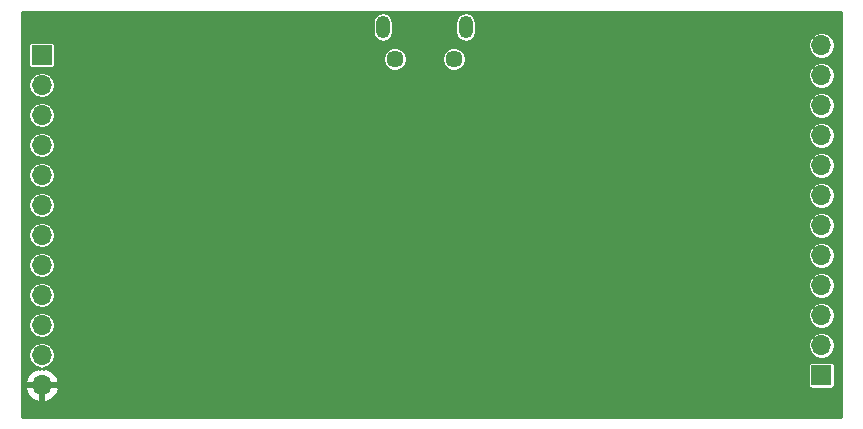
<source format=gbr>
G04 #@! TF.FileFunction,Copper,L1,Top,Signal*
%FSLAX46Y46*%
G04 Gerber Fmt 4.6, Leading zero omitted, Abs format (unit mm)*
G04 Created by KiCad (PCBNEW 4.0.4-stable) date 07/06/18 22:55:52*
%MOMM*%
%LPD*%
G01*
G04 APERTURE LIST*
%ADD10C,0.100000*%
%ADD11R,1.700000X1.700000*%
%ADD12O,1.700000X1.700000*%
%ADD13C,1.450000*%
%ADD14O,1.200000X1.900000*%
%ADD15C,0.600000*%
%ADD16C,0.254000*%
G04 APERTURE END LIST*
D10*
D11*
X102620000Y-69350000D03*
D12*
X102620000Y-71890000D03*
X102620000Y-74430000D03*
X102620000Y-76970000D03*
X102620000Y-79510000D03*
X102620000Y-82050000D03*
X102620000Y-84590000D03*
X102620000Y-87130000D03*
X102620000Y-89670000D03*
X102620000Y-92210000D03*
X102620000Y-94750000D03*
X102620000Y-97290000D03*
D13*
X132500000Y-69700000D03*
X137500000Y-69700000D03*
D14*
X131500000Y-67000000D03*
X138500000Y-67000000D03*
D11*
X168620000Y-96470000D03*
D12*
X168620000Y-93930000D03*
X168620000Y-91390000D03*
X168620000Y-88850000D03*
X168620000Y-86310000D03*
X168620000Y-83770000D03*
X168620000Y-81230000D03*
X168620000Y-78690000D03*
X168620000Y-76150000D03*
X168620000Y-73610000D03*
X168620000Y-71070000D03*
X168620000Y-68530000D03*
D15*
X123120000Y-94350000D03*
X137620000Y-71850000D03*
D16*
G36*
X170293000Y-100023000D02*
X100947000Y-100023000D01*
X100947000Y-97646890D01*
X101178524Y-97646890D01*
X101348355Y-98056924D01*
X101738642Y-98485183D01*
X102263108Y-98731486D01*
X102493000Y-98610819D01*
X102493000Y-97417000D01*
X102747000Y-97417000D01*
X102747000Y-98610819D01*
X102976892Y-98731486D01*
X103501358Y-98485183D01*
X103891645Y-98056924D01*
X104061476Y-97646890D01*
X103940155Y-97417000D01*
X102747000Y-97417000D01*
X102493000Y-97417000D01*
X101299845Y-97417000D01*
X101178524Y-97646890D01*
X100947000Y-97646890D01*
X100947000Y-96933110D01*
X101178524Y-96933110D01*
X101299845Y-97163000D01*
X102493000Y-97163000D01*
X102493000Y-97143000D01*
X102747000Y-97143000D01*
X102747000Y-97163000D01*
X103940155Y-97163000D01*
X104061476Y-96933110D01*
X103891645Y-96523076D01*
X103501358Y-96094817D01*
X102976892Y-95848514D01*
X102747002Y-95969180D01*
X102747002Y-95856129D01*
X103073363Y-95791212D01*
X103329599Y-95620000D01*
X167487574Y-95620000D01*
X167487574Y-97320000D01*
X167506889Y-97422650D01*
X167567555Y-97516927D01*
X167660120Y-97580175D01*
X167770000Y-97602426D01*
X169470000Y-97602426D01*
X169572650Y-97583111D01*
X169666927Y-97522445D01*
X169730175Y-97429880D01*
X169752426Y-97320000D01*
X169752426Y-95620000D01*
X169733111Y-95517350D01*
X169672445Y-95423073D01*
X169579880Y-95359825D01*
X169470000Y-95337574D01*
X167770000Y-95337574D01*
X167667350Y-95356889D01*
X167573073Y-95417555D01*
X167509825Y-95510120D01*
X167487574Y-95620000D01*
X103329599Y-95620000D01*
X103438988Y-95546909D01*
X103683291Y-95181284D01*
X103769079Y-94750000D01*
X103683291Y-94318716D01*
X103438988Y-93953091D01*
X103404430Y-93930000D01*
X167470921Y-93930000D01*
X167556709Y-94361284D01*
X167801012Y-94726909D01*
X168166637Y-94971212D01*
X168597921Y-95057000D01*
X168642079Y-95057000D01*
X169073363Y-94971212D01*
X169438988Y-94726909D01*
X169683291Y-94361284D01*
X169769079Y-93930000D01*
X169683291Y-93498716D01*
X169438988Y-93133091D01*
X169073363Y-92888788D01*
X168642079Y-92803000D01*
X168597921Y-92803000D01*
X168166637Y-92888788D01*
X167801012Y-93133091D01*
X167556709Y-93498716D01*
X167470921Y-93930000D01*
X103404430Y-93930000D01*
X103073363Y-93708788D01*
X102642079Y-93623000D01*
X102597921Y-93623000D01*
X102166637Y-93708788D01*
X101801012Y-93953091D01*
X101556709Y-94318716D01*
X101470921Y-94750000D01*
X101556709Y-95181284D01*
X101801012Y-95546909D01*
X102166637Y-95791212D01*
X102492998Y-95856129D01*
X102492998Y-95969180D01*
X102263108Y-95848514D01*
X101738642Y-96094817D01*
X101348355Y-96523076D01*
X101178524Y-96933110D01*
X100947000Y-96933110D01*
X100947000Y-92210000D01*
X101470921Y-92210000D01*
X101556709Y-92641284D01*
X101801012Y-93006909D01*
X102166637Y-93251212D01*
X102597921Y-93337000D01*
X102642079Y-93337000D01*
X103073363Y-93251212D01*
X103438988Y-93006909D01*
X103683291Y-92641284D01*
X103769079Y-92210000D01*
X103683291Y-91778716D01*
X103438988Y-91413091D01*
X103404430Y-91390000D01*
X167470921Y-91390000D01*
X167556709Y-91821284D01*
X167801012Y-92186909D01*
X168166637Y-92431212D01*
X168597921Y-92517000D01*
X168642079Y-92517000D01*
X169073363Y-92431212D01*
X169438988Y-92186909D01*
X169683291Y-91821284D01*
X169769079Y-91390000D01*
X169683291Y-90958716D01*
X169438988Y-90593091D01*
X169073363Y-90348788D01*
X168642079Y-90263000D01*
X168597921Y-90263000D01*
X168166637Y-90348788D01*
X167801012Y-90593091D01*
X167556709Y-90958716D01*
X167470921Y-91390000D01*
X103404430Y-91390000D01*
X103073363Y-91168788D01*
X102642079Y-91083000D01*
X102597921Y-91083000D01*
X102166637Y-91168788D01*
X101801012Y-91413091D01*
X101556709Y-91778716D01*
X101470921Y-92210000D01*
X100947000Y-92210000D01*
X100947000Y-89670000D01*
X101470921Y-89670000D01*
X101556709Y-90101284D01*
X101801012Y-90466909D01*
X102166637Y-90711212D01*
X102597921Y-90797000D01*
X102642079Y-90797000D01*
X103073363Y-90711212D01*
X103438988Y-90466909D01*
X103683291Y-90101284D01*
X103769079Y-89670000D01*
X103683291Y-89238716D01*
X103438988Y-88873091D01*
X103404430Y-88850000D01*
X167470921Y-88850000D01*
X167556709Y-89281284D01*
X167801012Y-89646909D01*
X168166637Y-89891212D01*
X168597921Y-89977000D01*
X168642079Y-89977000D01*
X169073363Y-89891212D01*
X169438988Y-89646909D01*
X169683291Y-89281284D01*
X169769079Y-88850000D01*
X169683291Y-88418716D01*
X169438988Y-88053091D01*
X169073363Y-87808788D01*
X168642079Y-87723000D01*
X168597921Y-87723000D01*
X168166637Y-87808788D01*
X167801012Y-88053091D01*
X167556709Y-88418716D01*
X167470921Y-88850000D01*
X103404430Y-88850000D01*
X103073363Y-88628788D01*
X102642079Y-88543000D01*
X102597921Y-88543000D01*
X102166637Y-88628788D01*
X101801012Y-88873091D01*
X101556709Y-89238716D01*
X101470921Y-89670000D01*
X100947000Y-89670000D01*
X100947000Y-87130000D01*
X101470921Y-87130000D01*
X101556709Y-87561284D01*
X101801012Y-87926909D01*
X102166637Y-88171212D01*
X102597921Y-88257000D01*
X102642079Y-88257000D01*
X103073363Y-88171212D01*
X103438988Y-87926909D01*
X103683291Y-87561284D01*
X103769079Y-87130000D01*
X103683291Y-86698716D01*
X103438988Y-86333091D01*
X103404430Y-86310000D01*
X167470921Y-86310000D01*
X167556709Y-86741284D01*
X167801012Y-87106909D01*
X168166637Y-87351212D01*
X168597921Y-87437000D01*
X168642079Y-87437000D01*
X169073363Y-87351212D01*
X169438988Y-87106909D01*
X169683291Y-86741284D01*
X169769079Y-86310000D01*
X169683291Y-85878716D01*
X169438988Y-85513091D01*
X169073363Y-85268788D01*
X168642079Y-85183000D01*
X168597921Y-85183000D01*
X168166637Y-85268788D01*
X167801012Y-85513091D01*
X167556709Y-85878716D01*
X167470921Y-86310000D01*
X103404430Y-86310000D01*
X103073363Y-86088788D01*
X102642079Y-86003000D01*
X102597921Y-86003000D01*
X102166637Y-86088788D01*
X101801012Y-86333091D01*
X101556709Y-86698716D01*
X101470921Y-87130000D01*
X100947000Y-87130000D01*
X100947000Y-84590000D01*
X101470921Y-84590000D01*
X101556709Y-85021284D01*
X101801012Y-85386909D01*
X102166637Y-85631212D01*
X102597921Y-85717000D01*
X102642079Y-85717000D01*
X103073363Y-85631212D01*
X103438988Y-85386909D01*
X103683291Y-85021284D01*
X103769079Y-84590000D01*
X103683291Y-84158716D01*
X103438988Y-83793091D01*
X103404430Y-83770000D01*
X167470921Y-83770000D01*
X167556709Y-84201284D01*
X167801012Y-84566909D01*
X168166637Y-84811212D01*
X168597921Y-84897000D01*
X168642079Y-84897000D01*
X169073363Y-84811212D01*
X169438988Y-84566909D01*
X169683291Y-84201284D01*
X169769079Y-83770000D01*
X169683291Y-83338716D01*
X169438988Y-82973091D01*
X169073363Y-82728788D01*
X168642079Y-82643000D01*
X168597921Y-82643000D01*
X168166637Y-82728788D01*
X167801012Y-82973091D01*
X167556709Y-83338716D01*
X167470921Y-83770000D01*
X103404430Y-83770000D01*
X103073363Y-83548788D01*
X102642079Y-83463000D01*
X102597921Y-83463000D01*
X102166637Y-83548788D01*
X101801012Y-83793091D01*
X101556709Y-84158716D01*
X101470921Y-84590000D01*
X100947000Y-84590000D01*
X100947000Y-82050000D01*
X101470921Y-82050000D01*
X101556709Y-82481284D01*
X101801012Y-82846909D01*
X102166637Y-83091212D01*
X102597921Y-83177000D01*
X102642079Y-83177000D01*
X103073363Y-83091212D01*
X103438988Y-82846909D01*
X103683291Y-82481284D01*
X103769079Y-82050000D01*
X103683291Y-81618716D01*
X103438988Y-81253091D01*
X103404430Y-81230000D01*
X167470921Y-81230000D01*
X167556709Y-81661284D01*
X167801012Y-82026909D01*
X168166637Y-82271212D01*
X168597921Y-82357000D01*
X168642079Y-82357000D01*
X169073363Y-82271212D01*
X169438988Y-82026909D01*
X169683291Y-81661284D01*
X169769079Y-81230000D01*
X169683291Y-80798716D01*
X169438988Y-80433091D01*
X169073363Y-80188788D01*
X168642079Y-80103000D01*
X168597921Y-80103000D01*
X168166637Y-80188788D01*
X167801012Y-80433091D01*
X167556709Y-80798716D01*
X167470921Y-81230000D01*
X103404430Y-81230000D01*
X103073363Y-81008788D01*
X102642079Y-80923000D01*
X102597921Y-80923000D01*
X102166637Y-81008788D01*
X101801012Y-81253091D01*
X101556709Y-81618716D01*
X101470921Y-82050000D01*
X100947000Y-82050000D01*
X100947000Y-79510000D01*
X101470921Y-79510000D01*
X101556709Y-79941284D01*
X101801012Y-80306909D01*
X102166637Y-80551212D01*
X102597921Y-80637000D01*
X102642079Y-80637000D01*
X103073363Y-80551212D01*
X103438988Y-80306909D01*
X103683291Y-79941284D01*
X103769079Y-79510000D01*
X103683291Y-79078716D01*
X103438988Y-78713091D01*
X103404430Y-78690000D01*
X167470921Y-78690000D01*
X167556709Y-79121284D01*
X167801012Y-79486909D01*
X168166637Y-79731212D01*
X168597921Y-79817000D01*
X168642079Y-79817000D01*
X169073363Y-79731212D01*
X169438988Y-79486909D01*
X169683291Y-79121284D01*
X169769079Y-78690000D01*
X169683291Y-78258716D01*
X169438988Y-77893091D01*
X169073363Y-77648788D01*
X168642079Y-77563000D01*
X168597921Y-77563000D01*
X168166637Y-77648788D01*
X167801012Y-77893091D01*
X167556709Y-78258716D01*
X167470921Y-78690000D01*
X103404430Y-78690000D01*
X103073363Y-78468788D01*
X102642079Y-78383000D01*
X102597921Y-78383000D01*
X102166637Y-78468788D01*
X101801012Y-78713091D01*
X101556709Y-79078716D01*
X101470921Y-79510000D01*
X100947000Y-79510000D01*
X100947000Y-76970000D01*
X101470921Y-76970000D01*
X101556709Y-77401284D01*
X101801012Y-77766909D01*
X102166637Y-78011212D01*
X102597921Y-78097000D01*
X102642079Y-78097000D01*
X103073363Y-78011212D01*
X103438988Y-77766909D01*
X103683291Y-77401284D01*
X103769079Y-76970000D01*
X103683291Y-76538716D01*
X103438988Y-76173091D01*
X103404430Y-76150000D01*
X167470921Y-76150000D01*
X167556709Y-76581284D01*
X167801012Y-76946909D01*
X168166637Y-77191212D01*
X168597921Y-77277000D01*
X168642079Y-77277000D01*
X169073363Y-77191212D01*
X169438988Y-76946909D01*
X169683291Y-76581284D01*
X169769079Y-76150000D01*
X169683291Y-75718716D01*
X169438988Y-75353091D01*
X169073363Y-75108788D01*
X168642079Y-75023000D01*
X168597921Y-75023000D01*
X168166637Y-75108788D01*
X167801012Y-75353091D01*
X167556709Y-75718716D01*
X167470921Y-76150000D01*
X103404430Y-76150000D01*
X103073363Y-75928788D01*
X102642079Y-75843000D01*
X102597921Y-75843000D01*
X102166637Y-75928788D01*
X101801012Y-76173091D01*
X101556709Y-76538716D01*
X101470921Y-76970000D01*
X100947000Y-76970000D01*
X100947000Y-74430000D01*
X101470921Y-74430000D01*
X101556709Y-74861284D01*
X101801012Y-75226909D01*
X102166637Y-75471212D01*
X102597921Y-75557000D01*
X102642079Y-75557000D01*
X103073363Y-75471212D01*
X103438988Y-75226909D01*
X103683291Y-74861284D01*
X103769079Y-74430000D01*
X103683291Y-73998716D01*
X103438988Y-73633091D01*
X103404430Y-73610000D01*
X167470921Y-73610000D01*
X167556709Y-74041284D01*
X167801012Y-74406909D01*
X168166637Y-74651212D01*
X168597921Y-74737000D01*
X168642079Y-74737000D01*
X169073363Y-74651212D01*
X169438988Y-74406909D01*
X169683291Y-74041284D01*
X169769079Y-73610000D01*
X169683291Y-73178716D01*
X169438988Y-72813091D01*
X169073363Y-72568788D01*
X168642079Y-72483000D01*
X168597921Y-72483000D01*
X168166637Y-72568788D01*
X167801012Y-72813091D01*
X167556709Y-73178716D01*
X167470921Y-73610000D01*
X103404430Y-73610000D01*
X103073363Y-73388788D01*
X102642079Y-73303000D01*
X102597921Y-73303000D01*
X102166637Y-73388788D01*
X101801012Y-73633091D01*
X101556709Y-73998716D01*
X101470921Y-74430000D01*
X100947000Y-74430000D01*
X100947000Y-71890000D01*
X101470921Y-71890000D01*
X101556709Y-72321284D01*
X101801012Y-72686909D01*
X102166637Y-72931212D01*
X102597921Y-73017000D01*
X102642079Y-73017000D01*
X103073363Y-72931212D01*
X103438988Y-72686909D01*
X103683291Y-72321284D01*
X103769079Y-71890000D01*
X103683291Y-71458716D01*
X103438988Y-71093091D01*
X103404430Y-71070000D01*
X167470921Y-71070000D01*
X167556709Y-71501284D01*
X167801012Y-71866909D01*
X168166637Y-72111212D01*
X168597921Y-72197000D01*
X168642079Y-72197000D01*
X169073363Y-72111212D01*
X169438988Y-71866909D01*
X169683291Y-71501284D01*
X169769079Y-71070000D01*
X169683291Y-70638716D01*
X169438988Y-70273091D01*
X169073363Y-70028788D01*
X168642079Y-69943000D01*
X168597921Y-69943000D01*
X168166637Y-70028788D01*
X167801012Y-70273091D01*
X167556709Y-70638716D01*
X167470921Y-71070000D01*
X103404430Y-71070000D01*
X103073363Y-70848788D01*
X102642079Y-70763000D01*
X102597921Y-70763000D01*
X102166637Y-70848788D01*
X101801012Y-71093091D01*
X101556709Y-71458716D01*
X101470921Y-71890000D01*
X100947000Y-71890000D01*
X100947000Y-68500000D01*
X101487574Y-68500000D01*
X101487574Y-70200000D01*
X101506889Y-70302650D01*
X101567555Y-70396927D01*
X101660120Y-70460175D01*
X101770000Y-70482426D01*
X103470000Y-70482426D01*
X103572650Y-70463111D01*
X103666927Y-70402445D01*
X103730175Y-70309880D01*
X103752426Y-70200000D01*
X103752426Y-69898436D01*
X131497827Y-69898436D01*
X131650051Y-70266846D01*
X131931672Y-70548959D01*
X132299816Y-70701825D01*
X132698436Y-70702173D01*
X133066846Y-70549949D01*
X133348959Y-70268328D01*
X133501825Y-69900184D01*
X133501826Y-69898436D01*
X136497827Y-69898436D01*
X136650051Y-70266846D01*
X136931672Y-70548959D01*
X137299816Y-70701825D01*
X137698436Y-70702173D01*
X138066846Y-70549949D01*
X138348959Y-70268328D01*
X138501825Y-69900184D01*
X138502173Y-69501564D01*
X138349949Y-69133154D01*
X138068328Y-68851041D01*
X137700184Y-68698175D01*
X137301564Y-68697827D01*
X136933154Y-68850051D01*
X136651041Y-69131672D01*
X136498175Y-69499816D01*
X136497827Y-69898436D01*
X133501826Y-69898436D01*
X133502173Y-69501564D01*
X133349949Y-69133154D01*
X133068328Y-68851041D01*
X132700184Y-68698175D01*
X132301564Y-68697827D01*
X131933154Y-68850051D01*
X131651041Y-69131672D01*
X131498175Y-69499816D01*
X131497827Y-69898436D01*
X103752426Y-69898436D01*
X103752426Y-68530000D01*
X167470921Y-68530000D01*
X167556709Y-68961284D01*
X167801012Y-69326909D01*
X168166637Y-69571212D01*
X168597921Y-69657000D01*
X168642079Y-69657000D01*
X169073363Y-69571212D01*
X169438988Y-69326909D01*
X169683291Y-68961284D01*
X169769079Y-68530000D01*
X169683291Y-68098716D01*
X169438988Y-67733091D01*
X169073363Y-67488788D01*
X168642079Y-67403000D01*
X168597921Y-67403000D01*
X168166637Y-67488788D01*
X167801012Y-67733091D01*
X167556709Y-68098716D01*
X167470921Y-68530000D01*
X103752426Y-68530000D01*
X103752426Y-68500000D01*
X103733111Y-68397350D01*
X103672445Y-68303073D01*
X103579880Y-68239825D01*
X103470000Y-68217574D01*
X101770000Y-68217574D01*
X101667350Y-68236889D01*
X101573073Y-68297555D01*
X101509825Y-68390120D01*
X101487574Y-68500000D01*
X100947000Y-68500000D01*
X100947000Y-66625962D01*
X130623000Y-66625962D01*
X130623000Y-67374038D01*
X130689758Y-67709651D01*
X130879867Y-67994171D01*
X131164387Y-68184280D01*
X131500000Y-68251038D01*
X131835613Y-68184280D01*
X132120133Y-67994171D01*
X132310242Y-67709651D01*
X132377000Y-67374038D01*
X132377000Y-66625962D01*
X137623000Y-66625962D01*
X137623000Y-67374038D01*
X137689758Y-67709651D01*
X137879867Y-67994171D01*
X138164387Y-68184280D01*
X138500000Y-68251038D01*
X138835613Y-68184280D01*
X139120133Y-67994171D01*
X139310242Y-67709651D01*
X139377000Y-67374038D01*
X139377000Y-66625962D01*
X139310242Y-66290349D01*
X139120133Y-66005829D01*
X138835613Y-65815720D01*
X138500000Y-65748962D01*
X138164387Y-65815720D01*
X137879867Y-66005829D01*
X137689758Y-66290349D01*
X137623000Y-66625962D01*
X132377000Y-66625962D01*
X132310242Y-66290349D01*
X132120133Y-66005829D01*
X131835613Y-65815720D01*
X131500000Y-65748962D01*
X131164387Y-65815720D01*
X130879867Y-66005829D01*
X130689758Y-66290349D01*
X130623000Y-66625962D01*
X100947000Y-66625962D01*
X100947000Y-65677000D01*
X170293000Y-65677000D01*
X170293000Y-100023000D01*
X170293000Y-100023000D01*
G37*
X170293000Y-100023000D02*
X100947000Y-100023000D01*
X100947000Y-97646890D01*
X101178524Y-97646890D01*
X101348355Y-98056924D01*
X101738642Y-98485183D01*
X102263108Y-98731486D01*
X102493000Y-98610819D01*
X102493000Y-97417000D01*
X102747000Y-97417000D01*
X102747000Y-98610819D01*
X102976892Y-98731486D01*
X103501358Y-98485183D01*
X103891645Y-98056924D01*
X104061476Y-97646890D01*
X103940155Y-97417000D01*
X102747000Y-97417000D01*
X102493000Y-97417000D01*
X101299845Y-97417000D01*
X101178524Y-97646890D01*
X100947000Y-97646890D01*
X100947000Y-96933110D01*
X101178524Y-96933110D01*
X101299845Y-97163000D01*
X102493000Y-97163000D01*
X102493000Y-97143000D01*
X102747000Y-97143000D01*
X102747000Y-97163000D01*
X103940155Y-97163000D01*
X104061476Y-96933110D01*
X103891645Y-96523076D01*
X103501358Y-96094817D01*
X102976892Y-95848514D01*
X102747002Y-95969180D01*
X102747002Y-95856129D01*
X103073363Y-95791212D01*
X103329599Y-95620000D01*
X167487574Y-95620000D01*
X167487574Y-97320000D01*
X167506889Y-97422650D01*
X167567555Y-97516927D01*
X167660120Y-97580175D01*
X167770000Y-97602426D01*
X169470000Y-97602426D01*
X169572650Y-97583111D01*
X169666927Y-97522445D01*
X169730175Y-97429880D01*
X169752426Y-97320000D01*
X169752426Y-95620000D01*
X169733111Y-95517350D01*
X169672445Y-95423073D01*
X169579880Y-95359825D01*
X169470000Y-95337574D01*
X167770000Y-95337574D01*
X167667350Y-95356889D01*
X167573073Y-95417555D01*
X167509825Y-95510120D01*
X167487574Y-95620000D01*
X103329599Y-95620000D01*
X103438988Y-95546909D01*
X103683291Y-95181284D01*
X103769079Y-94750000D01*
X103683291Y-94318716D01*
X103438988Y-93953091D01*
X103404430Y-93930000D01*
X167470921Y-93930000D01*
X167556709Y-94361284D01*
X167801012Y-94726909D01*
X168166637Y-94971212D01*
X168597921Y-95057000D01*
X168642079Y-95057000D01*
X169073363Y-94971212D01*
X169438988Y-94726909D01*
X169683291Y-94361284D01*
X169769079Y-93930000D01*
X169683291Y-93498716D01*
X169438988Y-93133091D01*
X169073363Y-92888788D01*
X168642079Y-92803000D01*
X168597921Y-92803000D01*
X168166637Y-92888788D01*
X167801012Y-93133091D01*
X167556709Y-93498716D01*
X167470921Y-93930000D01*
X103404430Y-93930000D01*
X103073363Y-93708788D01*
X102642079Y-93623000D01*
X102597921Y-93623000D01*
X102166637Y-93708788D01*
X101801012Y-93953091D01*
X101556709Y-94318716D01*
X101470921Y-94750000D01*
X101556709Y-95181284D01*
X101801012Y-95546909D01*
X102166637Y-95791212D01*
X102492998Y-95856129D01*
X102492998Y-95969180D01*
X102263108Y-95848514D01*
X101738642Y-96094817D01*
X101348355Y-96523076D01*
X101178524Y-96933110D01*
X100947000Y-96933110D01*
X100947000Y-92210000D01*
X101470921Y-92210000D01*
X101556709Y-92641284D01*
X101801012Y-93006909D01*
X102166637Y-93251212D01*
X102597921Y-93337000D01*
X102642079Y-93337000D01*
X103073363Y-93251212D01*
X103438988Y-93006909D01*
X103683291Y-92641284D01*
X103769079Y-92210000D01*
X103683291Y-91778716D01*
X103438988Y-91413091D01*
X103404430Y-91390000D01*
X167470921Y-91390000D01*
X167556709Y-91821284D01*
X167801012Y-92186909D01*
X168166637Y-92431212D01*
X168597921Y-92517000D01*
X168642079Y-92517000D01*
X169073363Y-92431212D01*
X169438988Y-92186909D01*
X169683291Y-91821284D01*
X169769079Y-91390000D01*
X169683291Y-90958716D01*
X169438988Y-90593091D01*
X169073363Y-90348788D01*
X168642079Y-90263000D01*
X168597921Y-90263000D01*
X168166637Y-90348788D01*
X167801012Y-90593091D01*
X167556709Y-90958716D01*
X167470921Y-91390000D01*
X103404430Y-91390000D01*
X103073363Y-91168788D01*
X102642079Y-91083000D01*
X102597921Y-91083000D01*
X102166637Y-91168788D01*
X101801012Y-91413091D01*
X101556709Y-91778716D01*
X101470921Y-92210000D01*
X100947000Y-92210000D01*
X100947000Y-89670000D01*
X101470921Y-89670000D01*
X101556709Y-90101284D01*
X101801012Y-90466909D01*
X102166637Y-90711212D01*
X102597921Y-90797000D01*
X102642079Y-90797000D01*
X103073363Y-90711212D01*
X103438988Y-90466909D01*
X103683291Y-90101284D01*
X103769079Y-89670000D01*
X103683291Y-89238716D01*
X103438988Y-88873091D01*
X103404430Y-88850000D01*
X167470921Y-88850000D01*
X167556709Y-89281284D01*
X167801012Y-89646909D01*
X168166637Y-89891212D01*
X168597921Y-89977000D01*
X168642079Y-89977000D01*
X169073363Y-89891212D01*
X169438988Y-89646909D01*
X169683291Y-89281284D01*
X169769079Y-88850000D01*
X169683291Y-88418716D01*
X169438988Y-88053091D01*
X169073363Y-87808788D01*
X168642079Y-87723000D01*
X168597921Y-87723000D01*
X168166637Y-87808788D01*
X167801012Y-88053091D01*
X167556709Y-88418716D01*
X167470921Y-88850000D01*
X103404430Y-88850000D01*
X103073363Y-88628788D01*
X102642079Y-88543000D01*
X102597921Y-88543000D01*
X102166637Y-88628788D01*
X101801012Y-88873091D01*
X101556709Y-89238716D01*
X101470921Y-89670000D01*
X100947000Y-89670000D01*
X100947000Y-87130000D01*
X101470921Y-87130000D01*
X101556709Y-87561284D01*
X101801012Y-87926909D01*
X102166637Y-88171212D01*
X102597921Y-88257000D01*
X102642079Y-88257000D01*
X103073363Y-88171212D01*
X103438988Y-87926909D01*
X103683291Y-87561284D01*
X103769079Y-87130000D01*
X103683291Y-86698716D01*
X103438988Y-86333091D01*
X103404430Y-86310000D01*
X167470921Y-86310000D01*
X167556709Y-86741284D01*
X167801012Y-87106909D01*
X168166637Y-87351212D01*
X168597921Y-87437000D01*
X168642079Y-87437000D01*
X169073363Y-87351212D01*
X169438988Y-87106909D01*
X169683291Y-86741284D01*
X169769079Y-86310000D01*
X169683291Y-85878716D01*
X169438988Y-85513091D01*
X169073363Y-85268788D01*
X168642079Y-85183000D01*
X168597921Y-85183000D01*
X168166637Y-85268788D01*
X167801012Y-85513091D01*
X167556709Y-85878716D01*
X167470921Y-86310000D01*
X103404430Y-86310000D01*
X103073363Y-86088788D01*
X102642079Y-86003000D01*
X102597921Y-86003000D01*
X102166637Y-86088788D01*
X101801012Y-86333091D01*
X101556709Y-86698716D01*
X101470921Y-87130000D01*
X100947000Y-87130000D01*
X100947000Y-84590000D01*
X101470921Y-84590000D01*
X101556709Y-85021284D01*
X101801012Y-85386909D01*
X102166637Y-85631212D01*
X102597921Y-85717000D01*
X102642079Y-85717000D01*
X103073363Y-85631212D01*
X103438988Y-85386909D01*
X103683291Y-85021284D01*
X103769079Y-84590000D01*
X103683291Y-84158716D01*
X103438988Y-83793091D01*
X103404430Y-83770000D01*
X167470921Y-83770000D01*
X167556709Y-84201284D01*
X167801012Y-84566909D01*
X168166637Y-84811212D01*
X168597921Y-84897000D01*
X168642079Y-84897000D01*
X169073363Y-84811212D01*
X169438988Y-84566909D01*
X169683291Y-84201284D01*
X169769079Y-83770000D01*
X169683291Y-83338716D01*
X169438988Y-82973091D01*
X169073363Y-82728788D01*
X168642079Y-82643000D01*
X168597921Y-82643000D01*
X168166637Y-82728788D01*
X167801012Y-82973091D01*
X167556709Y-83338716D01*
X167470921Y-83770000D01*
X103404430Y-83770000D01*
X103073363Y-83548788D01*
X102642079Y-83463000D01*
X102597921Y-83463000D01*
X102166637Y-83548788D01*
X101801012Y-83793091D01*
X101556709Y-84158716D01*
X101470921Y-84590000D01*
X100947000Y-84590000D01*
X100947000Y-82050000D01*
X101470921Y-82050000D01*
X101556709Y-82481284D01*
X101801012Y-82846909D01*
X102166637Y-83091212D01*
X102597921Y-83177000D01*
X102642079Y-83177000D01*
X103073363Y-83091212D01*
X103438988Y-82846909D01*
X103683291Y-82481284D01*
X103769079Y-82050000D01*
X103683291Y-81618716D01*
X103438988Y-81253091D01*
X103404430Y-81230000D01*
X167470921Y-81230000D01*
X167556709Y-81661284D01*
X167801012Y-82026909D01*
X168166637Y-82271212D01*
X168597921Y-82357000D01*
X168642079Y-82357000D01*
X169073363Y-82271212D01*
X169438988Y-82026909D01*
X169683291Y-81661284D01*
X169769079Y-81230000D01*
X169683291Y-80798716D01*
X169438988Y-80433091D01*
X169073363Y-80188788D01*
X168642079Y-80103000D01*
X168597921Y-80103000D01*
X168166637Y-80188788D01*
X167801012Y-80433091D01*
X167556709Y-80798716D01*
X167470921Y-81230000D01*
X103404430Y-81230000D01*
X103073363Y-81008788D01*
X102642079Y-80923000D01*
X102597921Y-80923000D01*
X102166637Y-81008788D01*
X101801012Y-81253091D01*
X101556709Y-81618716D01*
X101470921Y-82050000D01*
X100947000Y-82050000D01*
X100947000Y-79510000D01*
X101470921Y-79510000D01*
X101556709Y-79941284D01*
X101801012Y-80306909D01*
X102166637Y-80551212D01*
X102597921Y-80637000D01*
X102642079Y-80637000D01*
X103073363Y-80551212D01*
X103438988Y-80306909D01*
X103683291Y-79941284D01*
X103769079Y-79510000D01*
X103683291Y-79078716D01*
X103438988Y-78713091D01*
X103404430Y-78690000D01*
X167470921Y-78690000D01*
X167556709Y-79121284D01*
X167801012Y-79486909D01*
X168166637Y-79731212D01*
X168597921Y-79817000D01*
X168642079Y-79817000D01*
X169073363Y-79731212D01*
X169438988Y-79486909D01*
X169683291Y-79121284D01*
X169769079Y-78690000D01*
X169683291Y-78258716D01*
X169438988Y-77893091D01*
X169073363Y-77648788D01*
X168642079Y-77563000D01*
X168597921Y-77563000D01*
X168166637Y-77648788D01*
X167801012Y-77893091D01*
X167556709Y-78258716D01*
X167470921Y-78690000D01*
X103404430Y-78690000D01*
X103073363Y-78468788D01*
X102642079Y-78383000D01*
X102597921Y-78383000D01*
X102166637Y-78468788D01*
X101801012Y-78713091D01*
X101556709Y-79078716D01*
X101470921Y-79510000D01*
X100947000Y-79510000D01*
X100947000Y-76970000D01*
X101470921Y-76970000D01*
X101556709Y-77401284D01*
X101801012Y-77766909D01*
X102166637Y-78011212D01*
X102597921Y-78097000D01*
X102642079Y-78097000D01*
X103073363Y-78011212D01*
X103438988Y-77766909D01*
X103683291Y-77401284D01*
X103769079Y-76970000D01*
X103683291Y-76538716D01*
X103438988Y-76173091D01*
X103404430Y-76150000D01*
X167470921Y-76150000D01*
X167556709Y-76581284D01*
X167801012Y-76946909D01*
X168166637Y-77191212D01*
X168597921Y-77277000D01*
X168642079Y-77277000D01*
X169073363Y-77191212D01*
X169438988Y-76946909D01*
X169683291Y-76581284D01*
X169769079Y-76150000D01*
X169683291Y-75718716D01*
X169438988Y-75353091D01*
X169073363Y-75108788D01*
X168642079Y-75023000D01*
X168597921Y-75023000D01*
X168166637Y-75108788D01*
X167801012Y-75353091D01*
X167556709Y-75718716D01*
X167470921Y-76150000D01*
X103404430Y-76150000D01*
X103073363Y-75928788D01*
X102642079Y-75843000D01*
X102597921Y-75843000D01*
X102166637Y-75928788D01*
X101801012Y-76173091D01*
X101556709Y-76538716D01*
X101470921Y-76970000D01*
X100947000Y-76970000D01*
X100947000Y-74430000D01*
X101470921Y-74430000D01*
X101556709Y-74861284D01*
X101801012Y-75226909D01*
X102166637Y-75471212D01*
X102597921Y-75557000D01*
X102642079Y-75557000D01*
X103073363Y-75471212D01*
X103438988Y-75226909D01*
X103683291Y-74861284D01*
X103769079Y-74430000D01*
X103683291Y-73998716D01*
X103438988Y-73633091D01*
X103404430Y-73610000D01*
X167470921Y-73610000D01*
X167556709Y-74041284D01*
X167801012Y-74406909D01*
X168166637Y-74651212D01*
X168597921Y-74737000D01*
X168642079Y-74737000D01*
X169073363Y-74651212D01*
X169438988Y-74406909D01*
X169683291Y-74041284D01*
X169769079Y-73610000D01*
X169683291Y-73178716D01*
X169438988Y-72813091D01*
X169073363Y-72568788D01*
X168642079Y-72483000D01*
X168597921Y-72483000D01*
X168166637Y-72568788D01*
X167801012Y-72813091D01*
X167556709Y-73178716D01*
X167470921Y-73610000D01*
X103404430Y-73610000D01*
X103073363Y-73388788D01*
X102642079Y-73303000D01*
X102597921Y-73303000D01*
X102166637Y-73388788D01*
X101801012Y-73633091D01*
X101556709Y-73998716D01*
X101470921Y-74430000D01*
X100947000Y-74430000D01*
X100947000Y-71890000D01*
X101470921Y-71890000D01*
X101556709Y-72321284D01*
X101801012Y-72686909D01*
X102166637Y-72931212D01*
X102597921Y-73017000D01*
X102642079Y-73017000D01*
X103073363Y-72931212D01*
X103438988Y-72686909D01*
X103683291Y-72321284D01*
X103769079Y-71890000D01*
X103683291Y-71458716D01*
X103438988Y-71093091D01*
X103404430Y-71070000D01*
X167470921Y-71070000D01*
X167556709Y-71501284D01*
X167801012Y-71866909D01*
X168166637Y-72111212D01*
X168597921Y-72197000D01*
X168642079Y-72197000D01*
X169073363Y-72111212D01*
X169438988Y-71866909D01*
X169683291Y-71501284D01*
X169769079Y-71070000D01*
X169683291Y-70638716D01*
X169438988Y-70273091D01*
X169073363Y-70028788D01*
X168642079Y-69943000D01*
X168597921Y-69943000D01*
X168166637Y-70028788D01*
X167801012Y-70273091D01*
X167556709Y-70638716D01*
X167470921Y-71070000D01*
X103404430Y-71070000D01*
X103073363Y-70848788D01*
X102642079Y-70763000D01*
X102597921Y-70763000D01*
X102166637Y-70848788D01*
X101801012Y-71093091D01*
X101556709Y-71458716D01*
X101470921Y-71890000D01*
X100947000Y-71890000D01*
X100947000Y-68500000D01*
X101487574Y-68500000D01*
X101487574Y-70200000D01*
X101506889Y-70302650D01*
X101567555Y-70396927D01*
X101660120Y-70460175D01*
X101770000Y-70482426D01*
X103470000Y-70482426D01*
X103572650Y-70463111D01*
X103666927Y-70402445D01*
X103730175Y-70309880D01*
X103752426Y-70200000D01*
X103752426Y-69898436D01*
X131497827Y-69898436D01*
X131650051Y-70266846D01*
X131931672Y-70548959D01*
X132299816Y-70701825D01*
X132698436Y-70702173D01*
X133066846Y-70549949D01*
X133348959Y-70268328D01*
X133501825Y-69900184D01*
X133501826Y-69898436D01*
X136497827Y-69898436D01*
X136650051Y-70266846D01*
X136931672Y-70548959D01*
X137299816Y-70701825D01*
X137698436Y-70702173D01*
X138066846Y-70549949D01*
X138348959Y-70268328D01*
X138501825Y-69900184D01*
X138502173Y-69501564D01*
X138349949Y-69133154D01*
X138068328Y-68851041D01*
X137700184Y-68698175D01*
X137301564Y-68697827D01*
X136933154Y-68850051D01*
X136651041Y-69131672D01*
X136498175Y-69499816D01*
X136497827Y-69898436D01*
X133501826Y-69898436D01*
X133502173Y-69501564D01*
X133349949Y-69133154D01*
X133068328Y-68851041D01*
X132700184Y-68698175D01*
X132301564Y-68697827D01*
X131933154Y-68850051D01*
X131651041Y-69131672D01*
X131498175Y-69499816D01*
X131497827Y-69898436D01*
X103752426Y-69898436D01*
X103752426Y-68530000D01*
X167470921Y-68530000D01*
X167556709Y-68961284D01*
X167801012Y-69326909D01*
X168166637Y-69571212D01*
X168597921Y-69657000D01*
X168642079Y-69657000D01*
X169073363Y-69571212D01*
X169438988Y-69326909D01*
X169683291Y-68961284D01*
X169769079Y-68530000D01*
X169683291Y-68098716D01*
X169438988Y-67733091D01*
X169073363Y-67488788D01*
X168642079Y-67403000D01*
X168597921Y-67403000D01*
X168166637Y-67488788D01*
X167801012Y-67733091D01*
X167556709Y-68098716D01*
X167470921Y-68530000D01*
X103752426Y-68530000D01*
X103752426Y-68500000D01*
X103733111Y-68397350D01*
X103672445Y-68303073D01*
X103579880Y-68239825D01*
X103470000Y-68217574D01*
X101770000Y-68217574D01*
X101667350Y-68236889D01*
X101573073Y-68297555D01*
X101509825Y-68390120D01*
X101487574Y-68500000D01*
X100947000Y-68500000D01*
X100947000Y-66625962D01*
X130623000Y-66625962D01*
X130623000Y-67374038D01*
X130689758Y-67709651D01*
X130879867Y-67994171D01*
X131164387Y-68184280D01*
X131500000Y-68251038D01*
X131835613Y-68184280D01*
X132120133Y-67994171D01*
X132310242Y-67709651D01*
X132377000Y-67374038D01*
X132377000Y-66625962D01*
X137623000Y-66625962D01*
X137623000Y-67374038D01*
X137689758Y-67709651D01*
X137879867Y-67994171D01*
X138164387Y-68184280D01*
X138500000Y-68251038D01*
X138835613Y-68184280D01*
X139120133Y-67994171D01*
X139310242Y-67709651D01*
X139377000Y-67374038D01*
X139377000Y-66625962D01*
X139310242Y-66290349D01*
X139120133Y-66005829D01*
X138835613Y-65815720D01*
X138500000Y-65748962D01*
X138164387Y-65815720D01*
X137879867Y-66005829D01*
X137689758Y-66290349D01*
X137623000Y-66625962D01*
X132377000Y-66625962D01*
X132310242Y-66290349D01*
X132120133Y-66005829D01*
X131835613Y-65815720D01*
X131500000Y-65748962D01*
X131164387Y-65815720D01*
X130879867Y-66005829D01*
X130689758Y-66290349D01*
X130623000Y-66625962D01*
X100947000Y-66625962D01*
X100947000Y-65677000D01*
X170293000Y-65677000D01*
X170293000Y-100023000D01*
M02*

</source>
